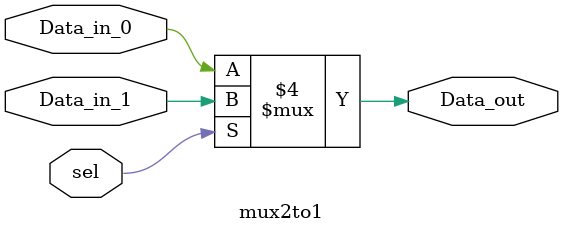
<source format=v>

module mux2to1( Data_in_0, Data_in_1, sel, Data_out );

    //what are the input ports.
    input Data_in_0;
    input Data_in_1;
    input sel;
    //What are the output ports.
    output Data_out;
    //Internal variables - usually the output.
    reg Data_out;

    //Always block - the statements inside this block are executed when the given sensitivity list 
    //is satisfied. for example in this case the block is executed when any changes occur in the three
// signals 'Data_in_0','Data_in_1' or 'sel'.
    always @(Data_in_0,Data_in_1,sel)
    begin
        if(sel == 0) 
            Data_out = Data_in_0;  //when select signal to the mux is low
        else
            Data_out = Data_in_1;  //when select signal to the mux is high
    end
    
endmodule

</source>
